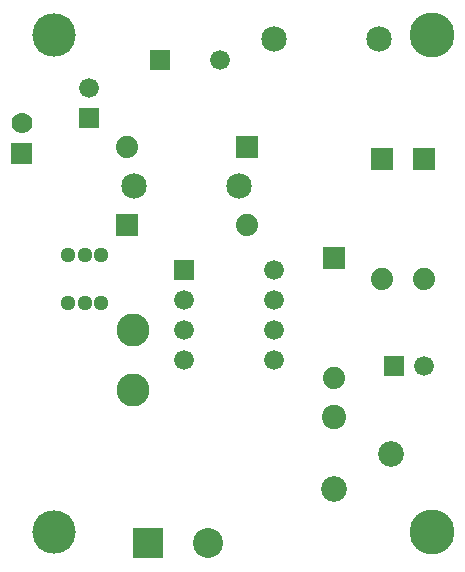
<source format=gbs>
G04 start of page 12 for group -4062 idx -4062 *
G04 Title: (unknown), soldermask *
G04 Creator: pcb 20110918 *
G04 CreationDate: Tue 15 Sep 2015 17:10:51 GMT UTC *
G04 For: ksarkies *
G04 Format: Gerber/RS-274X *
G04 PCB-Dimensions: 157480 196850 *
G04 PCB-Coordinate-Origin: lower left *
%MOIN*%
%FSLAX25Y25*%
%LNBOTTOMMASK*%
%ADD199C,0.0810*%
%ADD198C,0.0510*%
%ADD197C,0.0700*%
%ADD196C,0.1500*%
%ADD195C,0.0740*%
%ADD194C,0.0850*%
%ADD193C,0.1450*%
%ADD192C,0.1100*%
%ADD191C,0.1000*%
%ADD190C,0.0001*%
%ADD189C,0.0860*%
%ADD188C,0.0660*%
G54D188*X59000Y72850D03*
X89000D03*
Y82850D03*
G54D189*X109000Y29850D03*
G54D190*G36*
X42244Y16811D02*Y6811D01*
X52244D01*
Y16811D01*
X42244D01*
G37*
G54D191*X67244Y11811D03*
G54D192*X42000Y62850D03*
G54D193*X15748Y15748D03*
G54D190*G36*
X47700Y176150D02*Y169550D01*
X54300D01*
Y176150D01*
X47700D01*
G37*
G54D188*X71000Y172850D03*
X89000Y102850D03*
G54D194*X77500Y130850D03*
G54D190*G36*
X76300Y147550D02*Y140150D01*
X83700D01*
Y147550D01*
X76300D01*
G37*
G54D195*X80000Y117850D03*
G54D190*G36*
X1500Y145350D02*Y138350D01*
X8500D01*
Y145350D01*
X1500D01*
G37*
G54D194*X42500Y130850D03*
G54D195*X40000Y143850D03*
G54D190*G36*
X135300Y143550D02*Y136150D01*
X142700D01*
Y143550D01*
X135300D01*
G37*
G36*
X121300D02*Y136150D01*
X128700D01*
Y143550D01*
X121300D01*
G37*
G54D194*X89193Y179921D03*
X124193D03*
G54D196*X141732Y181102D03*
G54D190*G36*
X24259Y156843D02*Y150243D01*
X30859D01*
Y156843D01*
X24259D01*
G37*
G54D188*X27559Y163543D03*
G54D193*X15748Y181102D03*
G54D190*G36*
X55700Y106150D02*Y99550D01*
X62300D01*
Y106150D01*
X55700D01*
G37*
G54D188*X59000Y92850D03*
Y82850D03*
G54D197*X5000Y151850D03*
G54D190*G36*
X36300Y121550D02*Y114150D01*
X43700D01*
Y121550D01*
X36300D01*
G37*
G54D198*X31500Y107850D03*
X20500D03*
X26000D03*
X20500Y91850D03*
X26000D03*
X31500D03*
G54D192*X42000Y82850D03*
G54D188*X89000Y92850D03*
G54D190*G36*
X105300Y110550D02*Y103150D01*
X112700D01*
Y110550D01*
X105300D01*
G37*
G54D199*X109000Y53850D03*
G54D189*X128000Y41750D03*
G54D195*X139000Y99850D03*
X109000Y66850D03*
X125000Y99850D03*
G54D190*G36*
X125700Y74150D02*Y67550D01*
X132300D01*
Y74150D01*
X125700D01*
G37*
G54D188*X139000Y70850D03*
G54D196*X141732Y15748D03*
M02*

</source>
